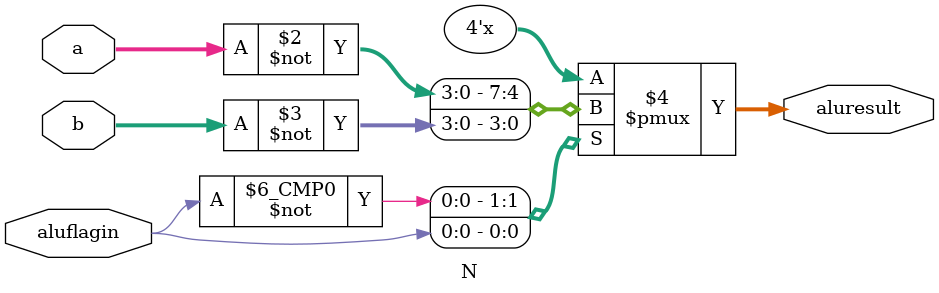
<source format=v>
`timescale 1ns / 1ps


module N #(parameter ancho=4)(
    input [ancho-1:0]a, b, 
    input aluflagin,
    output reg [ancho-1:0]aluresult
    );
    
    always @(*) begin
        case(aluflagin)
            1'b0: aluresult=~a;
            1'b1: aluresult=~b;
        endcase
    end
endmodule

</source>
